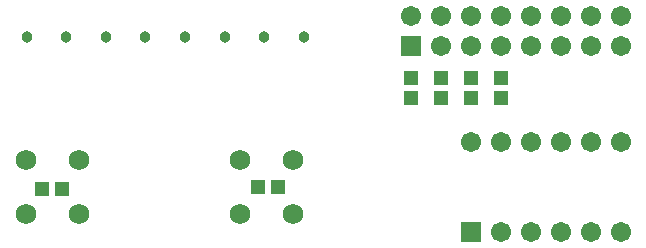
<source format=gbs>
%FSDAX24Y24*%
%MOIN*%
%SFA1B1*%

%IPPOS*%
%ADD15C,0.068000*%
%ADD16C,0.067060*%
%ADD17R,0.067060X0.067060*%
%ADD18C,0.067060*%
%ADD19R,0.067060X0.067060*%
%ADD20C,0.038000*%
%ADD30R,0.047370X0.051310*%
%ADD31R,0.051310X0.047370*%
%LNde-140824_1-1*%
%LPD*%
G54D15*
X004623Y002461D03*
X002851D03*
X004623Y004232D03*
X002851D03*
X011773Y002461D03*
X010001D03*
X011773Y004232D03*
X010001D03*
G54D16*
X022687Y009047D03*
Y008047D03*
X021687Y009047D03*
Y008047D03*
X020687Y009047D03*
Y008047D03*
X019687Y009047D03*
Y008047D03*
X018687Y009047D03*
Y008047D03*
X017687Y009047D03*
Y008047D03*
X016687Y009047D03*
Y008047D03*
X015687Y009047D03*
X022687Y004847D03*
X021687D03*
X020687D03*
X019687D03*
X018687D03*
X017687D03*
X022687Y001847D03*
G54D17*
X015687Y008047D03*
G54D18*
X021687Y001847D03*
X020687D03*
X019687D03*
X018687D03*
G54D19*
X017687Y001847D03*
G54D20*
X012127Y008347D03*
X010787D03*
X009487Y008363D03*
X008167D03*
X006847D03*
X005527Y008347D03*
X004207Y008363D03*
X002887D03*
G54D30*
X018687Y006312D03*
Y006981D03*
X017687Y006312D03*
Y006981D03*
X016687Y006312D03*
Y006981D03*
X015687Y006312D03*
Y006981D03*
G54D31*
X003402Y003297D03*
X004072D03*
X010602Y003347D03*
X011272D03*
M02*
</source>
